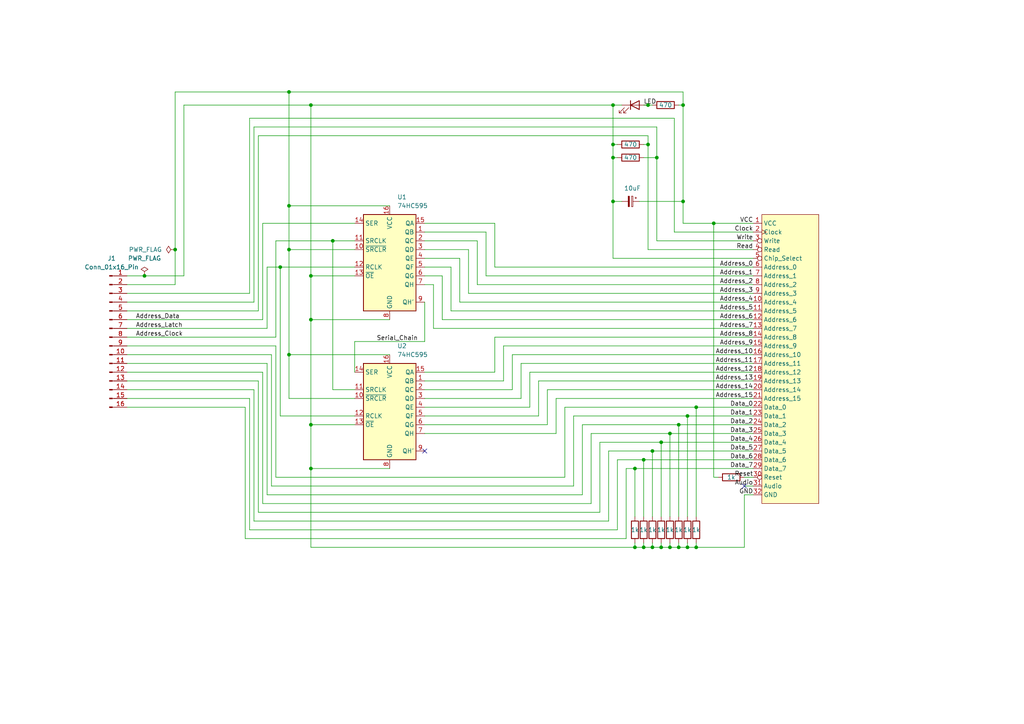
<source format=kicad_sch>
(kicad_sch (version 20250114) (generator "eeschema") (generator_version "9.0")
  (paper "A4")
  (title_block (title "Arduino GB cart connector v2") (date "2025-11-11") (rev "2") (company "Piotr Szulc") (comment 1 "https://github.com/GreenOlvi/gb-cart-reader-schematics"))
  (lib_symbols
    (symbol "1_my_custom_library:GB_cartridge_connector"
      (property "Reference" "U" (at 0 0.254 0))
      (symbol "GB_cartridge_connector_1_1"
        (rectangle (start -12.7 41.91) (end 3.81 -41.91) (fill (type background)))
        (pin power_in line (at -15.24 39.37 0) (length 2.54) (name "VCC") (number "1"))
        (pin input clock (at -15.24 36.83 0) (length 2.54) (name "Clock") (number "2"))
        (pin input inverted (at -15.24 34.29 0) (length 2.54) (name "Write") (number "3"))
        (pin input inverted (at -15.24 31.75 0) (length 2.54) (name "Read") (number "4"))
        (pin input inverted (at -15.24 29.21 0) (length 2.54) (name "Chip_Select") (number "5"))
        (pin input line (at -15.24 26.67 0) (length 2.54) (name "Address_0") (number "6"))
        (pin input line (at -15.24 24.13 0) (length 2.54) (name "Address_1") (number "7"))
        (pin input line (at -15.24 21.59 0) (length 2.54) (name "Address_2") (number "8"))
        (pin input line (at -15.24 19.05 0) (length 2.54) (name "Address_3") (number "9"))
        (pin input line (at -15.24 16.51 0) (length 2.54) (name "Address_4") (number "10"))
        (pin input line (at -15.24 13.97 0) (length 2.54) (name "Address_5") (number "11"))
        (pin input line (at -15.24 11.43 0) (length 2.54) (name "Address_6") (number "12"))
        (pin input line (at -15.24 8.89 0) (length 2.54) (name "Address_7") (number "13"))
        (pin input line (at -15.24 6.35 0) (length 2.54) (name "Address_8") (number "14"))
        (pin input line (at -15.24 3.81 0) (length 2.54) (name "Address_9") (number "15"))
        (pin input line (at -15.24 1.27 0) (length 2.54) (name "Address_10") (number "16"))
        (pin input line (at -15.24 -1.27 0) (length 2.54) (name "Address_11") (number "17"))
        (pin input line (at -15.24 -3.81 0) (length 2.54) (name "Address_12") (number "18"))
        (pin input line (at -15.24 -6.35 0) (length 2.54) (name "Address_13") (number "19"))
        (pin input line (at -15.24 -8.89 0) (length 2.54) (name "Address_14") (number "20"))
        (pin input line (at -15.24 -11.43 0) (length 2.54) (name "Address_15") (number "21"))
        (pin bidirectional line (at -15.24 -13.97 0) (length 2.54) (name "Data_0") (number "22"))
        (pin bidirectional line (at -15.24 -16.51 0) (length 2.54) (name "Data_1") (number "23"))
        (pin bidirectional line (at -15.24 -19.05 0) (length 2.54) (name "Data_2") (number "24"))
        (pin bidirectional line (at -15.24 -21.59 0) (length 2.54) (name "Data_3") (number "25"))
        (pin bidirectional line (at -15.24 -24.13 0) (length 2.54) (name "Data_4") (number "26"))
        (pin bidirectional line (at -15.24 -26.67 0) (length 2.54) (name "Data_5") (number "27"))
        (pin bidirectional line (at -15.24 -29.21 0) (length 2.54) (name "Data_6") (number "28"))
        (pin bidirectional line (at -15.24 -31.75 0) (length 2.54) (name "Data_7") (number "29"))
        (pin input inverted (at -15.24 -34.29 0) (length 2.54) (name "Reset") (number "30"))
        (pin input line (at -15.24 -36.83 0) (length 2.54) (name "Audio") (number "31"))
        (pin power_in line (at -15.24 -39.37 0) (length 2.54) (name "GND") (number "32"))
      )
    )
    (symbol "74xx:74HC595"
      (property "Reference" "U" (at -7.62 13.97 0))
      (property "Value" "74HC595" (at -7.62 -16.51 0))
      (symbol "74HC595_1_0"
        (pin input line (at -10.16 10.16 0) (length 2.54) (name "SER") (number "14"))
        (pin input line (at -10.16 5.08 0) (length 2.54) (name "SRCLK") (number "11"))
        (pin input line (at -10.16 2.54 0) (length 2.54) (name "~{SRCLR}") (number "10"))
        (pin input line (at -10.16 -2.54 0) (length 2.54) (name "RCLK") (number "12"))
        (pin input line (at -10.16 -5.08 0) (length 2.54) (name "~{OE}") (number "13"))
        (pin power_in line (at 0 15.24 270) (length 2.54) (name "VCC") (number "16"))
        (pin power_in line (at 0 -17.78 90) (length 2.54) (name "GND") (number "8"))
        (pin tri_state line (at 10.16 10.16 180) (length 2.54) (name "QA") (number "15"))
        (pin tri_state line (at 10.16 7.62 180) (length 2.54) (name "QB") (number "1"))
        (pin tri_state line (at 10.16 5.08 180) (length 2.54) (name "QC") (number "2"))
        (pin tri_state line (at 10.16 2.54 180) (length 2.54) (name "QD") (number "3"))
        (pin tri_state line (at 10.16 0 180) (length 2.54) (name "QE") (number "4"))
        (pin tri_state line (at 10.16 -2.54 180) (length 2.54) (name "QF") (number "5"))
        (pin tri_state line (at 10.16 -5.08 180) (length 2.54) (name "QG") (number "6"))
        (pin tri_state line (at 10.16 -7.62 180) (length 2.54) (name "QH") (number "7"))
        (pin output line (at 10.16 -12.7 180) (length 2.54) (name "QH'") (number "9"))
      )
      (symbol "74HC595_1_1"
        (rectangle (start -7.62 12.7) (end 7.62 -15.24) (stroke (width 0.254)) (fill (type background)))
      )
    )
    (symbol "Connector:Conn_01x16_Pin" (pin_names (offset 1.016) (hide yes))
      (property "Reference" "J" (at 0 20.32 0))
      (property "Value" "Conn_01x16_Pin" (at 0 -22.86 0))
      (symbol "Conn_01x16_Pin_1_1"
        (rectangle (start 0.8636 17.907) (end 0 17.653) (stroke (width 0.1524)) (fill (type outline)))
        (rectangle (start 0.8636 15.367) (end 0 15.113) (stroke (width 0.1524)) (fill (type outline)))
        (rectangle (start 0.8636 12.827) (end 0 12.573) (stroke (width 0.1524)) (fill (type outline)))
        (rectangle (start 0.8636 10.287) (end 0 10.033) (stroke (width 0.1524)) (fill (type outline)))
        (rectangle (start 0.8636 7.747) (end 0 7.493) (stroke (width 0.1524)) (fill (type outline)))
        (rectangle (start 0.8636 5.207) (end 0 4.953) (stroke (width 0.1524)) (fill (type outline)))
        (rectangle (start 0.8636 2.667) (end 0 2.413) (stroke (width 0.1524)) (fill (type outline)))
        (rectangle (start 0.8636 0.127) (end 0 -0.127) (stroke (width 0.1524)) (fill (type outline)))
        (rectangle (start 0.8636 -2.413) (end 0 -2.667) (stroke (width 0.1524)) (fill (type outline)))
        (rectangle (start 0.8636 -4.953) (end 0 -5.207) (stroke (width 0.1524)) (fill (type outline)))
        (rectangle (start 0.8636 -7.493) (end 0 -7.747) (stroke (width 0.1524)) (fill (type outline)))
        (rectangle (start 0.8636 -10.033) (end 0 -10.287) (stroke (width 0.1524)) (fill (type outline)))
        (rectangle (start 0.8636 -12.573) (end 0 -12.827) (stroke (width 0.1524)) (fill (type outline)))
        (rectangle (start 0.8636 -15.113) (end 0 -15.367) (stroke (width 0.1524)) (fill (type outline)))
        (rectangle (start 0.8636 -17.653) (end 0 -17.907) (stroke (width 0.1524)) (fill (type outline)))
        (rectangle (start 0.8636 -20.193) (end 0 -20.447) (stroke (width 0.1524)) (fill (type outline)))
        (polyline (pts (xy 1.27 17.78) (xy 0.8636 17.78)) (stroke (width 0.1524)))
        (polyline (pts (xy 1.27 15.24) (xy 0.8636 15.24)) (stroke (width 0.1524)))
        (polyline (pts (xy 1.27 12.7) (xy 0.8636 12.7)) (stroke (width 0.1524)))
        (polyline (pts (xy 1.27 10.16) (xy 0.8636 10.16)) (stroke (width 0.1524)))
        (polyline (pts (xy 1.27 7.62) (xy 0.8636 7.62)) (stroke (width 0.1524)))
        (polyline (pts (xy 1.27 5.08) (xy 0.8636 5.08)) (stroke (width 0.1524)))
        (polyline (pts (xy 1.27 2.54) (xy 0.8636 2.54)) (stroke (width 0.1524)))
        (polyline (pts (xy 1.27 0) (xy 0.8636 0)) (stroke (width 0.1524)))
        (polyline (pts (xy 1.27 -2.54) (xy 0.8636 -2.54)) (stroke (width 0.1524)))
        (polyline (pts (xy 1.27 -5.08) (xy 0.8636 -5.08)) (stroke (width 0.1524)))
        (polyline (pts (xy 1.27 -7.62) (xy 0.8636 -7.62)) (stroke (width 0.1524)))
        (polyline (pts (xy 1.27 -10.16) (xy 0.8636 -10.16)) (stroke (width 0.1524)))
        (polyline (pts (xy 1.27 -12.7) (xy 0.8636 -12.7)) (stroke (width 0.1524)))
        (polyline (pts (xy 1.27 -15.24) (xy 0.8636 -15.24)) (stroke (width 0.1524)))
        (polyline (pts (xy 1.27 -17.78) (xy 0.8636 -17.78)) (stroke (width 0.1524)))
        (polyline (pts (xy 1.27 -20.32) (xy 0.8636 -20.32)) (stroke (width 0.1524)))
        (pin passive line (at 5.08 17.78 180) (length 3.81) (name "Pin_1") (number "1"))
        (pin passive line (at 5.08 15.24 180) (length 3.81) (name "Pin_2") (number "2"))
        (pin passive line (at 5.08 12.7 180) (length 3.81) (name "Pin_3") (number "3"))
        (pin passive line (at 5.08 10.16 180) (length 3.81) (name "Pin_4") (number "4"))
        (pin passive line (at 5.08 7.62 180) (length 3.81) (name "Pin_5") (number "5"))
        (pin passive line (at 5.08 5.08 180) (length 3.81) (name "Pin_6") (number "6"))
        (pin passive line (at 5.08 2.54 180) (length 3.81) (name "Pin_7") (number "7"))
        (pin passive line (at 5.08 0 180) (length 3.81) (name "Pin_8") (number "8"))
        (pin passive line (at 5.08 -2.54 180) (length 3.81) (name "Pin_9") (number "9"))
        (pin passive line (at 5.08 -5.08 180) (length 3.81) (name "Pin_10") (number "10"))
        (pin passive line (at 5.08 -7.62 180) (length 3.81) (name "Pin_11") (number "11"))
        (pin passive line (at 5.08 -10.16 180) (length 3.81) (name "Pin_12") (number "12"))
        (pin passive line (at 5.08 -12.7 180) (length 3.81) (name "Pin_13") (number "13"))
        (pin passive line (at 5.08 -15.24 180) (length 3.81) (name "Pin_14") (number "14"))
        (pin passive line (at 5.08 -17.78 180) (length 3.81) (name "Pin_15") (number "15"))
        (pin passive line (at 5.08 -20.32 180) (length 3.81) (name "Pin_16") (number "16"))
      )
    )
    (symbol "Device:C_Polarized_Small" (pin_numbers (hide yes)) (pin_names (offset 0.254) (hide yes))
      (property "Reference" "C" (at 0.254 1.778 0))
      (property "Value" "C_Polarized_Small" (at 0.254 -2.032 0))
      (symbol "C_Polarized_Small_0_1"
        (rectangle (start -1.524 0.6858) (end 1.524 0.3048))
        (rectangle (start -1.524 -0.3048) (end 1.524 -0.6858) (fill (type outline)))
        (polyline (pts (xy -1.27 1.524) (xy -0.762 1.524)))
        (polyline (pts (xy -1.016 1.27) (xy -1.016 1.778)))
      )
      (symbol "C_Polarized_Small_1_1"
        (pin passive line (at 0 2.54 270) (length 1.8542) (name "~") (number "1"))
        (pin passive line (at 0 -2.54 90) (length 1.8542) (name "~") (number "2"))
      )
    )
    (symbol "Device:LED" (pin_numbers (hide yes)) (pin_names (offset 1.016) (hide yes))
      (property "Reference" "D" (at 0 2.54 0))
      (property "Value" "LED" (at 0 -2.54 0))
      (symbol "LED_0_1"
        (polyline (pts (xy -3.048 -0.762) (xy -4.572 -2.286) (xy -3.81 -2.286) (xy -4.572 -2.286) (xy -4.572 -1.524)))
        (polyline (pts (xy -1.778 -0.762) (xy -3.302 -2.286) (xy -2.54 -2.286) (xy -3.302 -2.286) (xy -3.302 -1.524)))
        (polyline (pts (xy -1.27 0) (xy 1.27 0)))
        (polyline (pts (xy -1.27 -1.27) (xy -1.27 1.27)) (stroke (width 0.254)))
        (polyline (pts (xy 1.27 -1.27) (xy 1.27 1.27) (xy -1.27 0) (xy 1.27 -1.27)) (stroke (width 0.254)))
      )
      (symbol "LED_1_1"
        (pin passive line (at -3.81 0 0) (length 2.54) (name "K") (number "1"))
        (pin passive line (at 3.81 0 180) (length 2.54) (name "A") (number "2"))
      )
    )
    (symbol "Device:R" (pin_numbers (hide yes)) (pin_names (offset 0))
      (property "Reference" "R" (at 2.032 0 90))
      (property "Value" "R" (at 0 0 90))
      (symbol "R_0_1"
        (rectangle (start -1.016 -2.54) (end 1.016 2.54) (stroke (width 0.254)))
      )
      (symbol "R_1_1"
        (pin passive line (at 0 3.81 270) (length 1.27) (name "~") (number "1"))
        (pin passive line (at 0 -3.81 90) (length 1.27) (name "~") (number "2"))
      )
    )
    (symbol "power:PWR_FLAG" (power) (pin_numbers (hide yes)) (pin_names (offset 0) (hide yes))
      (property "Value" "PWR_FLAG" (at 0 3.81 0))
      (symbol "PWR_FLAG_0_0"
        (pin power_out line (at 0 0 90) (length 0) (name "~") (number "1"))
      )
      (symbol "PWR_FLAG_0_1"
        (polyline (pts (xy 0 0) (xy 0 1.27) (xy -1.016 1.905) (xy 0 2.54) (xy 1.016 1.905) (xy 0 1.27)))
      )
    )
  )
  (junction (at 198.12 58.42))
  (junction (at 199.39 158.75))
  (junction (at 83.82 26.67))
  (junction (at 96.52 69.85))
  (junction (at 198.12 30.48))
  (junction (at 83.82 59.69))
  (junction (at 177.8 58.42))
  (junction (at 90.17 80.01))
  (junction (at 189.23 158.75))
  (junction (at 191.77 158.75))
  (junction (at 83.82 102.87))
  (junction (at 90.17 30.48))
  (junction (at 190.5 45.72))
  (junction (at 194.31 158.75))
  (junction (at 83.82 72.39))
  (junction (at 189.23 130.81))
  (junction (at 187.96 30.48))
  (junction (at 177.8 30.48))
  (junction (at 90.17 92.71))
  (junction (at 184.15 158.75))
  (junction (at 199.39 120.65))
  (junction (at 177.8 45.72))
  (junction (at 191.77 128.27))
  (junction (at 196.85 123.19))
  (junction (at 207.01 64.77))
  (junction (at 90.17 135.89))
  (junction (at 201.93 158.75))
  (junction (at 194.31 125.73))
  (junction (at 186.69 158.75))
  (junction (at 187.96 41.91))
  (junction (at 196.85 158.75))
  (junction (at 81.28 77.47))
  (junction (at 41.91 80.01))
  (junction (at 201.93 118.11))
  (junction (at 186.69 133.35))
  (junction (at 177.8 41.91))
  (junction (at 184.15 135.89))
  (junction (at 90.17 123.19))
  (junction (at 50.8 72.39))
  (no_connect (at 215.9 140.97))
  (no_connect (at 123.19 130.81))
  (wire (pts (xy 143.51 107.95) (xy 143.51 97.79)))
  (wire (pts (xy 194.31 158.75) (xy 194.31 157.48)))
  (wire (pts (xy 190.5 69.85) (xy 218.44 69.85)))
  (wire (pts (xy 186.69 158.75) (xy 186.69 157.48)))
  (wire (pts (xy 148.59 113.03) (xy 148.59 102.87)))
  (wire (pts (xy 74.93 39.37) (xy 187.96 39.37)))
  (wire (pts (xy 78.74 140.97) (xy 166.37 140.97)))
  (wire (pts (xy 50.8 82.55) (xy 36.83 82.55)))
  (wire (pts (xy 156.21 120.65) (xy 156.21 110.49)))
  (wire (pts (xy 201.93 158.75) (xy 215.9 158.75)))
  (wire (pts (xy 187.96 30.48) (xy 189.23 30.48)))
  (wire (pts (xy 128.27 92.71) (xy 218.44 92.71)))
  (wire (pts (xy 186.69 158.75) (xy 189.23 158.75)))
  (wire (pts (xy 196.85 123.19) (xy 196.85 149.86)))
  (wire (pts (xy 196.85 123.19) (xy 218.44 123.19)))
  (wire (pts (xy 177.8 58.42) (xy 180.34 58.42)))
  (wire (pts (xy 198.12 26.67) (xy 198.12 30.48)))
  (wire (pts (xy 189.23 130.81) (xy 189.23 149.86)))
  (wire (pts (xy 36.83 95.25) (xy 77.47 95.25)))
  (wire (pts (xy 77.47 143.51) (xy 168.91 143.51)))
  (wire (pts (xy 138.43 82.55) (xy 218.44 82.55)))
  (wire (pts (xy 123.19 99.06) (xy 102.87 99.06)))
  (wire (pts (xy 76.2 92.71) (xy 36.83 92.71)))
  (wire (pts (xy 90.17 123.19) (xy 102.87 123.19)))
  (wire (pts (xy 123.19 77.47) (xy 130.81 77.47)))
  (wire (pts (xy 72.39 34.29) (xy 72.39 85.09)))
  (wire (pts (xy 123.19 64.77) (xy 143.51 64.77)))
  (wire (pts (xy 146.05 110.49) (xy 146.05 100.33)))
  (wire (pts (xy 143.51 97.79) (xy 218.44 97.79)))
  (wire (pts (xy 113.03 135.89) (xy 90.17 135.89)))
  (wire (pts (xy 196.85 158.75) (xy 196.85 157.48)))
  (wire (pts (xy 73.66 151.13) (xy 176.53 151.13)))
  (wire (pts (xy 199.39 158.75) (xy 199.39 157.48)))
  (wire (pts (xy 73.66 87.63) (xy 36.83 87.63)))
  (wire (pts (xy 90.17 92.71) (xy 90.17 80.01)))
  (wire (pts (xy 171.45 125.73) (xy 194.31 125.73)))
  (wire (pts (xy 173.99 148.59) (xy 173.99 128.27)))
  (wire (pts (xy 50.8 26.67) (xy 50.8 72.39)))
  (wire (pts (xy 163.83 118.11) (xy 201.93 118.11)))
  (wire (pts (xy 77.47 77.47) (xy 81.28 77.47)))
  (wire (pts (xy 190.5 45.72) (xy 190.5 69.85)))
  (wire (pts (xy 151.13 105.41) (xy 218.44 105.41)))
  (wire (pts (xy 168.91 123.19) (xy 196.85 123.19)))
  (wire (pts (xy 74.93 39.37) (xy 74.93 90.17)))
  (wire (pts (xy 146.05 100.33) (xy 218.44 100.33)))
  (wire (pts (xy 128.27 80.01) (xy 128.27 92.71)))
  (wire (pts (xy 96.52 69.85) (xy 102.87 69.85)))
  (wire (pts (xy 72.39 153.67) (xy 179.07 153.67)))
  (wire (pts (xy 184.15 135.89) (xy 184.15 149.86)))
  (wire (pts (xy 173.99 128.27) (xy 191.77 128.27)))
  (wire (pts (xy 138.43 69.85) (xy 138.43 82.55)))
  (wire (pts (xy 123.19 80.01) (xy 128.27 80.01)))
  (wire (pts (xy 201.93 158.75) (xy 201.93 157.48)))
  (wire (pts (xy 72.39 115.57) (xy 36.83 115.57)))
  (wire (pts (xy 130.81 90.17) (xy 218.44 90.17)))
  (wire (pts (xy 177.8 58.42) (xy 177.8 74.93)))
  (wire (pts (xy 80.01 138.43) (xy 80.01 100.33)))
  (wire (pts (xy 123.19 113.03) (xy 148.59 113.03)))
  (wire (pts (xy 90.17 30.48) (xy 177.8 30.48)))
  (wire (pts (xy 123.19 82.55) (xy 125.73 82.55)))
  (wire (pts (xy 177.8 30.48) (xy 177.8 41.91)))
  (wire (pts (xy 201.93 118.11) (xy 218.44 118.11)))
  (wire (pts (xy 133.35 87.63) (xy 218.44 87.63)))
  (wire (pts (xy 133.35 74.93) (xy 133.35 87.63)))
  (wire (pts (xy 123.19 67.31) (xy 140.97 67.31)))
  (wire (pts (xy 207.01 64.77) (xy 218.44 64.77)))
  (wire (pts (xy 161.29 125.73) (xy 161.29 115.57)))
  (wire (pts (xy 74.93 90.17) (xy 36.83 90.17)))
  (wire (pts (xy 190.5 45.72) (xy 186.69 45.72)))
  (wire (pts (xy 78.74 140.97) (xy 78.74 102.87)))
  (wire (pts (xy 83.82 26.67) (xy 83.82 59.69)))
  (wire (pts (xy 74.93 148.59) (xy 74.93 110.49)))
  (wire (pts (xy 50.8 72.39) (xy 50.8 82.55)))
  (wire (pts (xy 76.2 146.05) (xy 76.2 107.95)))
  (wire (pts (xy 123.19 118.11) (xy 153.67 118.11)))
  (wire (pts (xy 123.19 87.63) (xy 123.19 99.06)))
  (wire (pts (xy 135.89 72.39) (xy 135.89 85.09)))
  (wire (pts (xy 80.01 69.85) (xy 80.01 97.79)))
  (wire (pts (xy 83.82 59.69) (xy 113.03 59.69)))
  (wire (pts (xy 73.66 113.03) (xy 36.83 113.03)))
  (wire (pts (xy 177.8 74.93) (xy 218.44 74.93)))
  (wire (pts (xy 176.53 130.81) (xy 189.23 130.81)))
  (wire (pts (xy 156.21 110.49) (xy 218.44 110.49)))
  (wire (pts (xy 90.17 135.89) (xy 90.17 123.19)))
  (wire (pts (xy 77.47 77.47) (xy 77.47 95.25)))
  (wire (pts (xy 81.28 77.47) (xy 102.87 77.47)))
  (wire (pts (xy 130.81 77.47) (xy 130.81 90.17)))
  (wire (pts (xy 83.82 59.69) (xy 83.82 72.39)))
  (wire (pts (xy 215.9 143.51) (xy 218.44 143.51)))
  (wire (pts (xy 123.19 69.85) (xy 138.43 69.85)))
  (wire (pts (xy 215.9 140.97) (xy 218.44 140.97)))
  (wire (pts (xy 125.73 95.25) (xy 218.44 95.25)))
  (wire (pts (xy 90.17 123.19) (xy 90.17 92.71)))
  (wire (pts (xy 78.74 102.87) (xy 36.83 102.87)))
  (wire (pts (xy 53.34 80.01) (xy 41.91 80.01)))
  (wire (pts (xy 125.73 82.55) (xy 125.73 95.25)))
  (wire (pts (xy 168.91 143.51) (xy 168.91 123.19)))
  (wire (pts (xy 198.12 64.77) (xy 207.01 64.77)))
  (wire (pts (xy 177.8 45.72) (xy 177.8 58.42)))
  (wire (pts (xy 184.15 135.89) (xy 218.44 135.89)))
  (wire (pts (xy 72.39 34.29) (xy 195.58 34.29)))
  (wire (pts (xy 198.12 58.42) (xy 198.12 64.77)))
  (wire (pts (xy 53.34 30.48) (xy 90.17 30.48)))
  (wire (pts (xy 179.07 133.35) (xy 186.69 133.35)))
  (wire (pts (xy 83.82 72.39) (xy 83.82 102.87)))
  (wire (pts (xy 74.93 110.49) (xy 36.83 110.49)))
  (wire (pts (xy 41.91 80.01) (xy 36.83 80.01)))
  (wire (pts (xy 184.15 158.75) (xy 184.15 157.48)))
  (wire (pts (xy 187.96 72.39) (xy 218.44 72.39)))
  (wire (pts (xy 186.69 133.35) (xy 186.69 149.86)))
  (wire (pts (xy 191.77 128.27) (xy 191.77 149.86)))
  (wire (pts (xy 96.52 113.03) (xy 102.87 113.03)))
  (wire (pts (xy 189.23 130.81) (xy 218.44 130.81)))
  (wire (pts (xy 199.39 120.65) (xy 199.39 149.86)))
  (wire (pts (xy 73.66 36.83) (xy 190.5 36.83)))
  (wire (pts (xy 140.97 80.01) (xy 218.44 80.01)))
  (wire (pts (xy 123.19 120.65) (xy 156.21 120.65)))
  (wire (pts (xy 196.85 158.75) (xy 199.39 158.75)))
  (wire (pts (xy 73.66 151.13) (xy 73.66 113.03)))
  (wire (pts (xy 177.8 30.48) (xy 180.34 30.48)))
  (wire (pts (xy 161.29 115.57) (xy 218.44 115.57)))
  (wire (pts (xy 80.01 138.43) (xy 163.83 138.43)))
  (wire (pts (xy 187.96 39.37) (xy 187.96 41.91)))
  (wire (pts (xy 96.52 69.85) (xy 96.52 113.03)))
  (wire (pts (xy 77.47 105.41) (xy 77.47 143.51)))
  (wire (pts (xy 90.17 80.01) (xy 90.17 30.48)))
  (wire (pts (xy 177.8 45.72) (xy 179.07 45.72)))
  (wire (pts (xy 90.17 158.75) (xy 90.17 135.89)))
  (wire (pts (xy 72.39 153.67) (xy 72.39 115.57)))
  (wire (pts (xy 153.67 107.95) (xy 218.44 107.95)))
  (wire (pts (xy 71.12 118.11) (xy 36.83 118.11)))
  (wire (pts (xy 90.17 80.01) (xy 102.87 80.01)))
  (wire (pts (xy 189.23 158.75) (xy 191.77 158.75)))
  (wire (pts (xy 36.83 105.41) (xy 77.47 105.41)))
  (wire (pts (xy 90.17 158.75) (xy 184.15 158.75)))
  (wire (pts (xy 198.12 30.48) (xy 196.85 30.48)))
  (wire (pts (xy 148.59 102.87) (xy 218.44 102.87)))
  (wire (pts (xy 199.39 120.65) (xy 218.44 120.65)))
  (wire (pts (xy 76.2 146.05) (xy 171.45 146.05)))
  (wire (pts (xy 177.8 41.91) (xy 177.8 45.72)))
  (wire (pts (xy 71.12 156.21) (xy 71.12 118.11)))
  (wire (pts (xy 207.01 64.77) (xy 207.01 138.43)))
  (wire (pts (xy 123.19 115.57) (xy 151.13 115.57)))
  (wire (pts (xy 191.77 158.75) (xy 191.77 157.48)))
  (wire (pts (xy 83.82 115.57) (xy 83.82 102.87)))
  (wire (pts (xy 102.87 99.06) (xy 102.87 107.95)))
  (wire (pts (xy 171.45 146.05) (xy 171.45 125.73)))
  (wire (pts (xy 189.23 158.75) (xy 189.23 157.48)))
  (wire (pts (xy 194.31 125.73) (xy 194.31 149.86)))
  (wire (pts (xy 215.9 138.43) (xy 218.44 138.43)))
  (wire (pts (xy 81.28 77.47) (xy 81.28 120.65)))
  (wire (pts (xy 187.96 41.91) (xy 187.96 72.39)))
  (wire (pts (xy 123.19 72.39) (xy 135.89 72.39)))
  (wire (pts (xy 83.82 26.67) (xy 50.8 26.67)))
  (wire (pts (xy 191.77 128.27) (xy 218.44 128.27)))
  (wire (pts (xy 179.07 41.91) (xy 177.8 41.91)))
  (wire (pts (xy 187.96 41.91) (xy 186.69 41.91)))
  (wire (pts (xy 123.19 107.95) (xy 143.51 107.95)))
  (wire (pts (xy 143.51 77.47) (xy 218.44 77.47)))
  (wire (pts (xy 83.82 102.87) (xy 113.03 102.87)))
  (wire (pts (xy 71.12 156.21) (xy 181.61 156.21)))
  (wire (pts (xy 143.51 64.77) (xy 143.51 77.47)))
  (wire (pts (xy 163.83 138.43) (xy 163.83 118.11)))
  (wire (pts (xy 83.82 72.39) (xy 102.87 72.39)))
  (wire (pts (xy 76.2 64.77) (xy 76.2 92.71)))
  (wire (pts (xy 215.9 158.75) (xy 215.9 143.51)))
  (wire (pts (xy 123.19 125.73) (xy 161.29 125.73)))
  (wire (pts (xy 140.97 67.31) (xy 140.97 80.01)))
  (wire (pts (xy 201.93 118.11) (xy 201.93 149.86)))
  (wire (pts (xy 198.12 30.48) (xy 198.12 58.42)))
  (wire (pts (xy 190.5 36.83) (xy 190.5 45.72)))
  (wire (pts (xy 83.82 26.67) (xy 198.12 26.67)))
  (wire (pts (xy 191.77 158.75) (xy 194.31 158.75)))
  (wire (pts (xy 80.01 69.85) (xy 96.52 69.85)))
  (wire (pts (xy 102.87 115.57) (xy 83.82 115.57)))
  (wire (pts (xy 73.66 36.83) (xy 73.66 87.63)))
  (wire (pts (xy 123.19 110.49) (xy 146.05 110.49)))
  (wire (pts (xy 123.19 123.19) (xy 158.75 123.19)))
  (wire (pts (xy 81.28 120.65) (xy 102.87 120.65)))
  (wire (pts (xy 208.28 138.43) (xy 207.01 138.43)))
  (wire (pts (xy 74.93 148.59) (xy 173.99 148.59)))
  (wire (pts (xy 186.69 30.48) (xy 187.96 30.48)))
  (wire (pts (xy 158.75 123.19) (xy 158.75 113.03)))
  (wire (pts (xy 195.58 67.31) (xy 218.44 67.31)))
  (wire (pts (xy 186.69 133.35) (xy 218.44 133.35)))
  (wire (pts (xy 158.75 113.03) (xy 218.44 113.03)))
  (wire (pts (xy 166.37 140.97) (xy 166.37 120.65)))
  (wire (pts (xy 90.17 92.71) (xy 113.03 92.71)))
  (wire (pts (xy 179.07 153.67) (xy 179.07 133.35)))
  (wire (pts (xy 151.13 115.57) (xy 151.13 105.41)))
  (wire (pts (xy 195.58 34.29) (xy 195.58 67.31)))
  (wire (pts (xy 135.89 85.09) (xy 218.44 85.09)))
  (wire (pts (xy 199.39 158.75) (xy 201.93 158.75)))
  (wire (pts (xy 176.53 151.13) (xy 176.53 130.81)))
  (wire (pts (xy 181.61 156.21) (xy 181.61 135.89)))
  (wire (pts (xy 72.39 85.09) (xy 36.83 85.09)))
  (wire (pts (xy 194.31 125.73) (xy 218.44 125.73)))
  (wire (pts (xy 36.83 97.79) (xy 80.01 97.79)))
  (wire (pts (xy 80.01 100.33) (xy 36.83 100.33)))
  (wire (pts (xy 153.67 118.11) (xy 153.67 107.95)))
  (wire (pts (xy 185.42 58.42) (xy 198.12 58.42)))
  (wire (pts (xy 123.19 74.93) (xy 133.35 74.93)))
  (wire (pts (xy 166.37 120.65) (xy 199.39 120.65)))
  (wire (pts (xy 76.2 64.77) (xy 102.87 64.77)))
  (wire (pts (xy 194.31 158.75) (xy 196.85 158.75)))
  (wire (pts (xy 184.15 158.75) (xy 186.69 158.75)))
  (wire (pts (xy 76.2 107.95) (xy 36.83 107.95)))
  (wire (pts (xy 53.34 30.48) (xy 53.34 80.01)))
  (wire (pts (xy 181.61 135.89) (xy 184.15 135.89)))
  (label "Address_9" (at 218.44 100.33 180))
  (label "Address_3" (at 218.44 85.09 180))
  (label "Address_6" (at 218.44 92.71 180))
  (label "Clock" (at 218.44 67.31 180))
  (label "LED" (at 186.69 30.48 0))
  (label "Address_1" (at 218.44 80.01 180))
  (label "Data_3" (at 218.44 125.73 180))
  (label "Address_Clock" (at 39.37 97.79 0))
  (label "Read" (at 218.44 72.39 180))
  (label "Write" (at 218.44 69.85 180))
  (label "Address_14" (at 218.44 113.03 180))
  (label "Address_12" (at 218.44 107.95 180))
  (label "Address_8" (at 218.44 97.79 180))
  (label "Address_Data" (at 39.37 92.71 0))
  (label "Reset" (at 218.44 138.43 180))
  (label "VCC" (at 218.44 64.77 180))
  (label "Serial_Chain" (at 109.22 99.06 0))
  (label "Data_4" (at 218.44 128.27 180))
  (label "Address_7" (at 218.44 95.25 180))
  (label "GND" (at 218.44 143.51 180))
  (label "Address_10" (at 218.44 102.87 180))
  (label "Data_1" (at 218.44 120.65 180))
  (label "Address_13" (at 218.44 110.49 180))
  (label "Address_0" (at 218.44 77.47 180))
  (label "Address_11" (at 218.44 105.41 180))
  (label "Address_5" (at 218.44 90.17 180))
  (label "Audio" (at 218.44 140.97 180))
  (label "Data_2" (at 218.44 123.19 180))
  (label "Address_4" (at 218.44 87.63 180))
  (label "Address_Latch" (at 39.37 95.25 0))
  (label "Data_6" (at 218.44 133.35 180))
  (label "Data_7" (at 218.44 135.89 180))
  (label "Data_5" (at 218.44 130.81 180))
  (label "Address_2" (at 218.44 82.55 180))
  (label "Data_0" (at 218.44 118.11 180))
  (label "Address_15" (at 218.44 115.57 180))
  (symbol (lib_id "74xx:74HC595") (at 113.03 118.11 0) (unit 1)
    (property "Reference" "U2" (at 115.2241 100.33 0) (effects (justify left)))
    (property "Value" "74HC595" (at 115.2241 102.87 0) (effects (justify left)))
    (property "Footprint" "Package_SO:SOP-16_4.4x10.4mm_P1.27mm" (effects (hide yes)))
    (property "Datasheet" "http://www.ti.com/lit/ds/symlink/sn74hc595.pdf" (effects (hide yes)))
  )
  (symbol (lib_id "Device:C_Polarized_Small") (at 182.88 58.42 270) (unit 1)
    (property "Reference" "C1" (effects (hide yes)))
    (property "Value" "10uF" (at 183.4261 54.61 90))
    (property "Footprint" "Capacitor_SMD:C_1206_3216Metric" (effects (hide yes)))
  )
  (symbol (lib_id "power:PWR_FLAG") (at 41.91 80.01 0) (unit 1)
    (property "Reference" "#FLG01" (effects (hide yes)))
    (property "Value" "PWR_FLAG" (at 41.91 74.93 0))
    (property "Description" "Special symbol for telling ERC where power comes from" (effects (hide yes)))
  )
  (symbol (lib_id "Device:R") (at 201.93 153.67 0) (unit 1)
    (property "Reference" "Rd0" (effects (hide yes)))
    (property "Value" "1k" (at 200.66 153.67 0) (effects (justify left)))
    (property "Footprint" "Resistor_SMD:R_1206_3216Metric" (effects (hide yes)))
  )
  (symbol (lib_id "power:PWR_FLAG") (at 50.8 72.39 90) (unit 1)
    (property "Reference" "#FLG02" (effects (hide yes)))
    (property "Value" "PWR_FLAG" (at 46.99 72.3899 90) (effects (justify left)))
    (property "Description" "Special symbol for telling ERC where power comes from" (effects (hide yes)))
  )
  (symbol (lib_id "Device:R") (at 191.77 153.67 0) (unit 1)
    (property "Reference" "Rd4" (effects (hide yes)))
    (property "Value" "1k" (at 190.5 153.67 0) (effects (justify left)))
    (property "Footprint" "Resistor_SMD:R_1206_3216Metric" (effects (hide yes)))
  )
  (symbol (lib_id "Device:R") (at 182.88 45.72 270) (unit 1)
    (property "Reference" "Rr1" (effects (hide yes)))
    (property "Value" "470" (at 182.88 45.72 90))
    (property "Footprint" "Resistor_SMD:R_1206_3216Metric" (effects (hide yes)))
  )
  (symbol (lib_id "1_my_custom_library:GB_cartridge_connector") (at 233.68 104.14 0) (unit 1)
    (property "Reference" "U3" (effects (hide yes)))
    (property "Footprint" "1_my_custom_library:Gameboy cartridge connector" (effects (hide yes)))
  )
  (symbol (lib_id "Device:R") (at 212.09 138.43 90) (unit 1)
    (property "Reference" "Rreset1" (effects (hide yes)))
    (property "Value" "1k" (at 212.09 138.43 90))
    (property "Footprint" "Resistor_SMD:R_1206_3216Metric" (effects (hide yes)))
  )
  (symbol (lib_id "Device:R") (at 194.31 153.67 0) (unit 1)
    (property "Reference" "Rd3" (effects (hide yes)))
    (property "Value" "1k" (at 193.04 153.67 0) (effects (justify left)))
    (property "Footprint" "Resistor_SMD:R_1206_3216Metric" (effects (hide yes)))
  )
  (symbol (lib_id "Device:R") (at 189.23 153.67 0) (unit 1)
    (property "Reference" "Rd5" (effects (hide yes)))
    (property "Value" "1k" (at 187.96 153.67 0) (effects (justify left)))
    (property "Footprint" "Resistor_SMD:R_1206_3216Metric" (effects (hide yes)))
  )
  (symbol (lib_id "Device:LED") (at 184.15 30.48 0) (unit 1)
    (property "Reference" "D1" (effects (hide yes)))
    (property "Value" "LED" (effects (hide yes)))
    (property "Footprint" "LED_SMD:LED_1206_3216Metric" (effects (hide yes)))
    (property "Description" "Light emitting diode" (effects (hide yes)))
    (property "Sim.Pins" "1=K 2=A" (effects (hide yes)))
  )
  (symbol (lib_id "Device:R") (at 186.69 153.67 0) (unit 1)
    (property "Reference" "Rd6" (effects (hide yes)))
    (property "Value" "1k" (at 185.42 153.67 0) (effects (justify left)))
    (property "Footprint" "Resistor_SMD:R_1206_3216Metric" (effects (hide yes)))
  )
  (symbol (lib_id "Connector:Conn_01x16_Pin") (at 31.75 97.79 0) (unit 1)
    (property "Reference" "J1" (at 32.385 74.93 0))
    (property "Value" "Conn_01x16_Pin" (at 32.385 77.47 0))
    (property "Footprint" "Connector_PinSocket_2.54mm:PinSocket_1x16_P2.54mm_Vertical" (effects (hide yes)))
    (property "Description" "Generic connector, single row, 01x16, script generated" (effects (hide yes)))
  )
  (symbol (lib_id "Device:R") (at 182.88 41.91 270) (unit 1)
    (property "Reference" "Rw1" (effects (hide yes)))
    (property "Value" "470" (at 182.88 41.91 90))
    (property "Footprint" "Resistor_SMD:R_1206_3216Metric" (effects (hide yes)))
  )
  (symbol (lib_id "Device:R") (at 196.85 153.67 0) (unit 1)
    (property "Reference" "Rd2" (effects (hide yes)))
    (property "Value" "1k" (at 195.58 153.67 0) (effects (justify left)))
    (property "Footprint" "Resistor_SMD:R_1206_3216Metric" (effects (hide yes)))
  )
  (symbol (lib_id "Device:R") (at 184.15 153.67 0) (unit 1)
    (property "Reference" "Rd7" (effects (hide yes)))
    (property "Value" "1k" (at 184.15 153.67 0))
    (property "Footprint" "Resistor_SMD:R_1206_3216Metric" (effects (hide yes)))
  )
  (symbol (lib_id "Device:R") (at 193.04 30.48 90) (unit 1)
    (property "Reference" "Rl1" (effects (hide yes)))
    (property "Value" "470" (at 193.04 30.48 90))
    (property "Footprint" "Resistor_SMD:R_1206_3216Metric" (effects (hide yes)))
  )
  (symbol (lib_id "Device:R") (at 199.39 153.67 0) (unit 1)
    (property "Reference" "Rd1" (effects (hide yes)))
    (property "Value" "1k" (at 198.12 153.67 0) (effects (justify left)))
    (property "Footprint" "Resistor_SMD:R_1206_3216Metric" (effects (hide yes)))
  )
  (symbol (lib_id "74xx:74HC595") (at 113.03 74.93 0) (unit 1)
    (property "Reference" "U1" (at 115.2241 57.15 0) (effects (justify left)))
    (property "Value" "74HC595" (at 115.2241 59.69 0) (effects (justify left)))
    (property "Footprint" "Package_SO:SOP-16_4.4x10.4mm_P1.27mm" (effects (hide yes)))
    (property "Datasheet" "http://www.ti.com/lit/ds/symlink/sn74hc595.pdf" (effects (hide yes)))
  )
)
</source>
